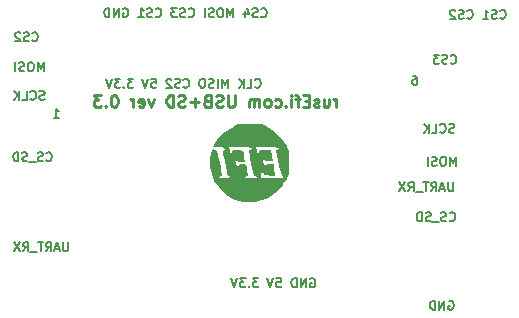
<source format=gbo>
G04 (created by PCBNEW (2013-mar-13)-testing) date Птн 21 Фев 2014 13:06:26*
%MOIN*%
G04 Gerber Fmt 3.4, Leading zero omitted, Abs format*
%FSLAX34Y34*%
G01*
G70*
G90*
G04 APERTURE LIST*
%ADD10C,0.005906*%
%ADD11C,0.005000*%
%ADD12C,0.009843*%
%ADD13C,0.000100*%
G04 APERTURE END LIST*
G54D10*
G54D11*
X84792Y-62285D02*
X84850Y-62285D01*
X84878Y-62300D01*
X84892Y-62314D01*
X84921Y-62357D01*
X84935Y-62414D01*
X84935Y-62528D01*
X84921Y-62557D01*
X84907Y-62571D01*
X84878Y-62585D01*
X84821Y-62585D01*
X84792Y-62571D01*
X84778Y-62557D01*
X84764Y-62528D01*
X84764Y-62457D01*
X84778Y-62428D01*
X84792Y-62414D01*
X84821Y-62400D01*
X84878Y-62400D01*
X84907Y-62414D01*
X84921Y-62428D01*
X84935Y-62457D01*
X72814Y-63685D02*
X72985Y-63685D01*
X72900Y-63685D02*
X72900Y-63385D01*
X72928Y-63428D01*
X72957Y-63457D01*
X72985Y-63471D01*
X79521Y-62657D02*
X79535Y-62671D01*
X79578Y-62685D01*
X79607Y-62685D01*
X79649Y-62671D01*
X79678Y-62642D01*
X79692Y-62614D01*
X79707Y-62557D01*
X79707Y-62514D01*
X79692Y-62457D01*
X79678Y-62428D01*
X79649Y-62400D01*
X79607Y-62385D01*
X79578Y-62385D01*
X79535Y-62400D01*
X79521Y-62414D01*
X79249Y-62685D02*
X79392Y-62685D01*
X79392Y-62385D01*
X79149Y-62685D02*
X79149Y-62385D01*
X78978Y-62685D02*
X79107Y-62514D01*
X78978Y-62385D02*
X79149Y-62557D01*
X78621Y-62685D02*
X78621Y-62385D01*
X78521Y-62600D01*
X78421Y-62385D01*
X78421Y-62685D01*
X78278Y-62685D02*
X78278Y-62385D01*
X78149Y-62671D02*
X78107Y-62685D01*
X78035Y-62685D01*
X78007Y-62671D01*
X77992Y-62657D01*
X77978Y-62628D01*
X77978Y-62600D01*
X77992Y-62571D01*
X78007Y-62557D01*
X78035Y-62542D01*
X78092Y-62528D01*
X78121Y-62514D01*
X78135Y-62500D01*
X78149Y-62471D01*
X78149Y-62442D01*
X78135Y-62414D01*
X78121Y-62400D01*
X78092Y-62385D01*
X78021Y-62385D01*
X77978Y-62400D01*
X77792Y-62385D02*
X77735Y-62385D01*
X77707Y-62400D01*
X77678Y-62428D01*
X77664Y-62485D01*
X77664Y-62585D01*
X77678Y-62642D01*
X77707Y-62671D01*
X77735Y-62685D01*
X77792Y-62685D01*
X77821Y-62671D01*
X77849Y-62642D01*
X77864Y-62585D01*
X77864Y-62485D01*
X77849Y-62428D01*
X77821Y-62400D01*
X77792Y-62385D01*
X77135Y-62657D02*
X77150Y-62671D01*
X77192Y-62685D01*
X77221Y-62685D01*
X77264Y-62671D01*
X77292Y-62642D01*
X77307Y-62614D01*
X77321Y-62557D01*
X77321Y-62514D01*
X77307Y-62457D01*
X77292Y-62428D01*
X77264Y-62400D01*
X77221Y-62385D01*
X77192Y-62385D01*
X77150Y-62400D01*
X77135Y-62414D01*
X77021Y-62671D02*
X76978Y-62685D01*
X76907Y-62685D01*
X76878Y-62671D01*
X76864Y-62657D01*
X76850Y-62628D01*
X76850Y-62600D01*
X76864Y-62571D01*
X76878Y-62557D01*
X76907Y-62542D01*
X76964Y-62528D01*
X76992Y-62514D01*
X77007Y-62500D01*
X77021Y-62471D01*
X77021Y-62442D01*
X77007Y-62414D01*
X76992Y-62400D01*
X76964Y-62385D01*
X76892Y-62385D01*
X76850Y-62400D01*
X76735Y-62414D02*
X76721Y-62400D01*
X76692Y-62385D01*
X76621Y-62385D01*
X76592Y-62400D01*
X76578Y-62414D01*
X76564Y-62442D01*
X76564Y-62471D01*
X76578Y-62514D01*
X76750Y-62685D01*
X76564Y-62685D01*
X76064Y-62385D02*
X76207Y-62385D01*
X76221Y-62528D01*
X76207Y-62514D01*
X76178Y-62500D01*
X76107Y-62500D01*
X76078Y-62514D01*
X76064Y-62528D01*
X76050Y-62557D01*
X76050Y-62628D01*
X76064Y-62657D01*
X76078Y-62671D01*
X76107Y-62685D01*
X76178Y-62685D01*
X76207Y-62671D01*
X76221Y-62657D01*
X75964Y-62385D02*
X75864Y-62685D01*
X75764Y-62385D01*
X75464Y-62385D02*
X75278Y-62385D01*
X75378Y-62500D01*
X75335Y-62500D01*
X75307Y-62514D01*
X75292Y-62528D01*
X75278Y-62557D01*
X75278Y-62628D01*
X75292Y-62657D01*
X75307Y-62671D01*
X75335Y-62685D01*
X75421Y-62685D01*
X75450Y-62671D01*
X75464Y-62657D01*
X75150Y-62657D02*
X75135Y-62671D01*
X75150Y-62685D01*
X75164Y-62671D01*
X75150Y-62657D01*
X75150Y-62685D01*
X75035Y-62385D02*
X74850Y-62385D01*
X74950Y-62500D01*
X74907Y-62500D01*
X74878Y-62514D01*
X74864Y-62528D01*
X74850Y-62557D01*
X74850Y-62628D01*
X74864Y-62657D01*
X74878Y-62671D01*
X74907Y-62685D01*
X74992Y-62685D01*
X75021Y-62671D01*
X75035Y-62657D01*
X74764Y-62385D02*
X74664Y-62685D01*
X74564Y-62385D01*
X79721Y-60307D02*
X79735Y-60321D01*
X79778Y-60335D01*
X79807Y-60335D01*
X79849Y-60321D01*
X79878Y-60292D01*
X79892Y-60264D01*
X79907Y-60207D01*
X79907Y-60164D01*
X79892Y-60107D01*
X79878Y-60078D01*
X79849Y-60050D01*
X79807Y-60035D01*
X79778Y-60035D01*
X79735Y-60050D01*
X79721Y-60064D01*
X79607Y-60321D02*
X79564Y-60335D01*
X79492Y-60335D01*
X79464Y-60321D01*
X79449Y-60307D01*
X79435Y-60278D01*
X79435Y-60250D01*
X79449Y-60221D01*
X79464Y-60207D01*
X79492Y-60192D01*
X79549Y-60178D01*
X79578Y-60164D01*
X79592Y-60150D01*
X79607Y-60121D01*
X79607Y-60092D01*
X79592Y-60064D01*
X79578Y-60050D01*
X79549Y-60035D01*
X79478Y-60035D01*
X79435Y-60050D01*
X79178Y-60135D02*
X79178Y-60335D01*
X79249Y-60021D02*
X79321Y-60235D01*
X79135Y-60235D01*
X78792Y-60335D02*
X78792Y-60035D01*
X78692Y-60250D01*
X78592Y-60035D01*
X78592Y-60335D01*
X78392Y-60035D02*
X78335Y-60035D01*
X78307Y-60050D01*
X78278Y-60078D01*
X78264Y-60135D01*
X78264Y-60235D01*
X78278Y-60292D01*
X78307Y-60321D01*
X78335Y-60335D01*
X78392Y-60335D01*
X78421Y-60321D01*
X78449Y-60292D01*
X78464Y-60235D01*
X78464Y-60135D01*
X78449Y-60078D01*
X78421Y-60050D01*
X78392Y-60035D01*
X78149Y-60321D02*
X78107Y-60335D01*
X78035Y-60335D01*
X78007Y-60321D01*
X77992Y-60307D01*
X77978Y-60278D01*
X77978Y-60250D01*
X77992Y-60221D01*
X78007Y-60207D01*
X78035Y-60192D01*
X78092Y-60178D01*
X78121Y-60164D01*
X78135Y-60150D01*
X78149Y-60121D01*
X78149Y-60092D01*
X78135Y-60064D01*
X78121Y-60050D01*
X78092Y-60035D01*
X78021Y-60035D01*
X77978Y-60050D01*
X77849Y-60335D02*
X77849Y-60035D01*
X77307Y-60307D02*
X77321Y-60321D01*
X77364Y-60335D01*
X77392Y-60335D01*
X77435Y-60321D01*
X77464Y-60292D01*
X77478Y-60264D01*
X77492Y-60207D01*
X77492Y-60164D01*
X77478Y-60107D01*
X77464Y-60078D01*
X77435Y-60050D01*
X77392Y-60035D01*
X77364Y-60035D01*
X77321Y-60050D01*
X77307Y-60064D01*
X77192Y-60321D02*
X77150Y-60335D01*
X77078Y-60335D01*
X77050Y-60321D01*
X77035Y-60307D01*
X77021Y-60278D01*
X77021Y-60250D01*
X77035Y-60221D01*
X77050Y-60207D01*
X77078Y-60192D01*
X77135Y-60178D01*
X77164Y-60164D01*
X77178Y-60150D01*
X77192Y-60121D01*
X77192Y-60092D01*
X77178Y-60064D01*
X77164Y-60050D01*
X77135Y-60035D01*
X77064Y-60035D01*
X77021Y-60050D01*
X76921Y-60035D02*
X76735Y-60035D01*
X76835Y-60150D01*
X76792Y-60150D01*
X76764Y-60164D01*
X76750Y-60178D01*
X76735Y-60207D01*
X76735Y-60278D01*
X76750Y-60307D01*
X76764Y-60321D01*
X76792Y-60335D01*
X76878Y-60335D01*
X76907Y-60321D01*
X76921Y-60307D01*
X76207Y-60307D02*
X76221Y-60321D01*
X76264Y-60335D01*
X76292Y-60335D01*
X76335Y-60321D01*
X76364Y-60292D01*
X76378Y-60264D01*
X76392Y-60207D01*
X76392Y-60164D01*
X76378Y-60107D01*
X76364Y-60078D01*
X76335Y-60050D01*
X76292Y-60035D01*
X76264Y-60035D01*
X76221Y-60050D01*
X76207Y-60064D01*
X76092Y-60321D02*
X76050Y-60335D01*
X75978Y-60335D01*
X75950Y-60321D01*
X75935Y-60307D01*
X75921Y-60278D01*
X75921Y-60250D01*
X75935Y-60221D01*
X75950Y-60207D01*
X75978Y-60192D01*
X76035Y-60178D01*
X76064Y-60164D01*
X76078Y-60150D01*
X76092Y-60121D01*
X76092Y-60092D01*
X76078Y-60064D01*
X76064Y-60050D01*
X76035Y-60035D01*
X75964Y-60035D01*
X75921Y-60050D01*
X75635Y-60335D02*
X75807Y-60335D01*
X75721Y-60335D02*
X75721Y-60035D01*
X75750Y-60078D01*
X75778Y-60107D01*
X75807Y-60121D01*
X75121Y-60050D02*
X75150Y-60035D01*
X75192Y-60035D01*
X75235Y-60050D01*
X75264Y-60078D01*
X75278Y-60107D01*
X75292Y-60164D01*
X75292Y-60207D01*
X75278Y-60264D01*
X75264Y-60292D01*
X75235Y-60321D01*
X75192Y-60335D01*
X75164Y-60335D01*
X75121Y-60321D01*
X75107Y-60307D01*
X75107Y-60207D01*
X75164Y-60207D01*
X74978Y-60335D02*
X74978Y-60035D01*
X74807Y-60335D01*
X74807Y-60035D01*
X74664Y-60335D02*
X74664Y-60035D01*
X74592Y-60035D01*
X74550Y-60050D01*
X74521Y-60078D01*
X74507Y-60107D01*
X74492Y-60164D01*
X74492Y-60207D01*
X74507Y-60264D01*
X74521Y-60292D01*
X74550Y-60321D01*
X74592Y-60335D01*
X74664Y-60335D01*
X81364Y-69050D02*
X81392Y-69035D01*
X81435Y-69035D01*
X81478Y-69050D01*
X81507Y-69078D01*
X81521Y-69107D01*
X81535Y-69164D01*
X81535Y-69207D01*
X81521Y-69264D01*
X81507Y-69292D01*
X81478Y-69321D01*
X81435Y-69335D01*
X81407Y-69335D01*
X81364Y-69321D01*
X81349Y-69307D01*
X81349Y-69207D01*
X81407Y-69207D01*
X81221Y-69335D02*
X81221Y-69035D01*
X81049Y-69335D01*
X81049Y-69035D01*
X80907Y-69335D02*
X80907Y-69035D01*
X80835Y-69035D01*
X80792Y-69050D01*
X80764Y-69078D01*
X80749Y-69107D01*
X80735Y-69164D01*
X80735Y-69207D01*
X80749Y-69264D01*
X80764Y-69292D01*
X80792Y-69321D01*
X80835Y-69335D01*
X80907Y-69335D01*
X80235Y-69035D02*
X80378Y-69035D01*
X80392Y-69178D01*
X80378Y-69164D01*
X80349Y-69150D01*
X80278Y-69150D01*
X80249Y-69164D01*
X80235Y-69178D01*
X80221Y-69207D01*
X80221Y-69278D01*
X80235Y-69307D01*
X80249Y-69321D01*
X80278Y-69335D01*
X80349Y-69335D01*
X80378Y-69321D01*
X80392Y-69307D01*
X80135Y-69035D02*
X80035Y-69335D01*
X79935Y-69035D01*
X79635Y-69035D02*
X79450Y-69035D01*
X79550Y-69150D01*
X79507Y-69150D01*
X79478Y-69164D01*
X79464Y-69178D01*
X79450Y-69207D01*
X79450Y-69278D01*
X79464Y-69307D01*
X79478Y-69321D01*
X79507Y-69335D01*
X79592Y-69335D01*
X79621Y-69321D01*
X79635Y-69307D01*
X79321Y-69307D02*
X79307Y-69321D01*
X79321Y-69335D01*
X79335Y-69321D01*
X79321Y-69307D01*
X79321Y-69335D01*
X79207Y-69035D02*
X79021Y-69035D01*
X79121Y-69150D01*
X79078Y-69150D01*
X79050Y-69164D01*
X79035Y-69178D01*
X79021Y-69207D01*
X79021Y-69278D01*
X79035Y-69307D01*
X79050Y-69321D01*
X79078Y-69335D01*
X79164Y-69335D01*
X79192Y-69321D01*
X79207Y-69307D01*
X78935Y-69035D02*
X78835Y-69335D01*
X78735Y-69035D01*
X72471Y-62135D02*
X72471Y-61835D01*
X72371Y-62050D01*
X72271Y-61835D01*
X72271Y-62135D01*
X72071Y-61835D02*
X72014Y-61835D01*
X71985Y-61850D01*
X71957Y-61878D01*
X71942Y-61935D01*
X71942Y-62035D01*
X71957Y-62092D01*
X71985Y-62121D01*
X72014Y-62135D01*
X72071Y-62135D01*
X72100Y-62121D01*
X72128Y-62092D01*
X72142Y-62035D01*
X72142Y-61935D01*
X72128Y-61878D01*
X72100Y-61850D01*
X72071Y-61835D01*
X71828Y-62121D02*
X71785Y-62135D01*
X71714Y-62135D01*
X71685Y-62121D01*
X71671Y-62107D01*
X71657Y-62078D01*
X71657Y-62050D01*
X71671Y-62021D01*
X71685Y-62007D01*
X71714Y-61992D01*
X71771Y-61978D01*
X71800Y-61964D01*
X71814Y-61950D01*
X71828Y-61921D01*
X71828Y-61892D01*
X71814Y-61864D01*
X71800Y-61850D01*
X71771Y-61835D01*
X71700Y-61835D01*
X71657Y-61850D01*
X71528Y-62135D02*
X71528Y-61835D01*
X73285Y-67835D02*
X73285Y-68078D01*
X73271Y-68107D01*
X73257Y-68121D01*
X73228Y-68135D01*
X73171Y-68135D01*
X73142Y-68121D01*
X73128Y-68107D01*
X73114Y-68078D01*
X73114Y-67835D01*
X72985Y-68050D02*
X72842Y-68050D01*
X73014Y-68135D02*
X72914Y-67835D01*
X72814Y-68135D01*
X72542Y-68135D02*
X72642Y-67992D01*
X72714Y-68135D02*
X72714Y-67835D01*
X72599Y-67835D01*
X72571Y-67850D01*
X72557Y-67864D01*
X72542Y-67892D01*
X72542Y-67935D01*
X72557Y-67964D01*
X72571Y-67978D01*
X72599Y-67992D01*
X72714Y-67992D01*
X72457Y-67835D02*
X72285Y-67835D01*
X72371Y-68135D02*
X72371Y-67835D01*
X72257Y-68164D02*
X72028Y-68164D01*
X71785Y-68135D02*
X71885Y-67992D01*
X71957Y-68135D02*
X71957Y-67835D01*
X71842Y-67835D01*
X71814Y-67850D01*
X71800Y-67864D01*
X71785Y-67892D01*
X71785Y-67935D01*
X71800Y-67964D01*
X71814Y-67978D01*
X71842Y-67992D01*
X71957Y-67992D01*
X71685Y-67835D02*
X71485Y-68135D01*
X71485Y-67835D02*
X71685Y-68135D01*
X72557Y-65107D02*
X72571Y-65121D01*
X72614Y-65135D01*
X72642Y-65135D01*
X72685Y-65121D01*
X72714Y-65092D01*
X72728Y-65064D01*
X72742Y-65007D01*
X72742Y-64964D01*
X72728Y-64907D01*
X72714Y-64878D01*
X72685Y-64850D01*
X72642Y-64835D01*
X72614Y-64835D01*
X72571Y-64850D01*
X72557Y-64864D01*
X72442Y-65121D02*
X72399Y-65135D01*
X72328Y-65135D01*
X72299Y-65121D01*
X72285Y-65107D01*
X72271Y-65078D01*
X72271Y-65050D01*
X72285Y-65021D01*
X72299Y-65007D01*
X72328Y-64992D01*
X72385Y-64978D01*
X72414Y-64964D01*
X72428Y-64950D01*
X72442Y-64921D01*
X72442Y-64892D01*
X72428Y-64864D01*
X72414Y-64850D01*
X72385Y-64835D01*
X72314Y-64835D01*
X72271Y-64850D01*
X72214Y-65164D02*
X71985Y-65164D01*
X71928Y-65121D02*
X71885Y-65135D01*
X71814Y-65135D01*
X71785Y-65121D01*
X71771Y-65107D01*
X71757Y-65078D01*
X71757Y-65050D01*
X71771Y-65021D01*
X71785Y-65007D01*
X71814Y-64992D01*
X71871Y-64978D01*
X71900Y-64964D01*
X71914Y-64950D01*
X71928Y-64921D01*
X71928Y-64892D01*
X71914Y-64864D01*
X71900Y-64850D01*
X71871Y-64835D01*
X71800Y-64835D01*
X71757Y-64850D01*
X71628Y-65135D02*
X71628Y-64835D01*
X71557Y-64835D01*
X71514Y-64850D01*
X71485Y-64878D01*
X71471Y-64907D01*
X71457Y-64964D01*
X71457Y-65007D01*
X71471Y-65064D01*
X71485Y-65092D01*
X71514Y-65121D01*
X71557Y-65135D01*
X71628Y-65135D01*
X72507Y-63071D02*
X72464Y-63085D01*
X72392Y-63085D01*
X72364Y-63071D01*
X72349Y-63057D01*
X72335Y-63028D01*
X72335Y-63000D01*
X72349Y-62971D01*
X72364Y-62957D01*
X72392Y-62942D01*
X72449Y-62928D01*
X72478Y-62914D01*
X72492Y-62900D01*
X72507Y-62871D01*
X72507Y-62842D01*
X72492Y-62814D01*
X72478Y-62800D01*
X72449Y-62785D01*
X72378Y-62785D01*
X72335Y-62800D01*
X72035Y-63057D02*
X72050Y-63071D01*
X72092Y-63085D01*
X72121Y-63085D01*
X72164Y-63071D01*
X72192Y-63042D01*
X72207Y-63014D01*
X72221Y-62957D01*
X72221Y-62914D01*
X72207Y-62857D01*
X72192Y-62828D01*
X72164Y-62800D01*
X72121Y-62785D01*
X72092Y-62785D01*
X72050Y-62800D01*
X72035Y-62814D01*
X71764Y-63085D02*
X71907Y-63085D01*
X71907Y-62785D01*
X71664Y-63085D02*
X71664Y-62785D01*
X71492Y-63085D02*
X71621Y-62914D01*
X71492Y-62785D02*
X71664Y-62957D01*
X85978Y-69800D02*
X86007Y-69785D01*
X86050Y-69785D01*
X86092Y-69800D01*
X86121Y-69828D01*
X86135Y-69857D01*
X86150Y-69914D01*
X86150Y-69957D01*
X86135Y-70014D01*
X86121Y-70042D01*
X86092Y-70071D01*
X86050Y-70085D01*
X86021Y-70085D01*
X85978Y-70071D01*
X85964Y-70057D01*
X85964Y-69957D01*
X86021Y-69957D01*
X85835Y-70085D02*
X85835Y-69785D01*
X85664Y-70085D01*
X85664Y-69785D01*
X85521Y-70085D02*
X85521Y-69785D01*
X85450Y-69785D01*
X85407Y-69800D01*
X85378Y-69828D01*
X85364Y-69857D01*
X85350Y-69914D01*
X85350Y-69957D01*
X85364Y-70014D01*
X85378Y-70042D01*
X85407Y-70071D01*
X85450Y-70085D01*
X85521Y-70085D01*
X86007Y-67107D02*
X86021Y-67121D01*
X86064Y-67135D01*
X86092Y-67135D01*
X86135Y-67121D01*
X86164Y-67092D01*
X86178Y-67064D01*
X86192Y-67007D01*
X86192Y-66964D01*
X86178Y-66907D01*
X86164Y-66878D01*
X86135Y-66850D01*
X86092Y-66835D01*
X86064Y-66835D01*
X86021Y-66850D01*
X86007Y-66864D01*
X85892Y-67121D02*
X85849Y-67135D01*
X85778Y-67135D01*
X85749Y-67121D01*
X85735Y-67107D01*
X85721Y-67078D01*
X85721Y-67050D01*
X85735Y-67021D01*
X85749Y-67007D01*
X85778Y-66992D01*
X85835Y-66978D01*
X85864Y-66964D01*
X85878Y-66950D01*
X85892Y-66921D01*
X85892Y-66892D01*
X85878Y-66864D01*
X85864Y-66850D01*
X85835Y-66835D01*
X85764Y-66835D01*
X85721Y-66850D01*
X85664Y-67164D02*
X85435Y-67164D01*
X85378Y-67121D02*
X85335Y-67135D01*
X85264Y-67135D01*
X85235Y-67121D01*
X85221Y-67107D01*
X85207Y-67078D01*
X85207Y-67050D01*
X85221Y-67021D01*
X85235Y-67007D01*
X85264Y-66992D01*
X85321Y-66978D01*
X85350Y-66964D01*
X85364Y-66950D01*
X85378Y-66921D01*
X85378Y-66892D01*
X85364Y-66864D01*
X85350Y-66850D01*
X85321Y-66835D01*
X85250Y-66835D01*
X85207Y-66850D01*
X85078Y-67135D02*
X85078Y-66835D01*
X85007Y-66835D01*
X84964Y-66850D01*
X84935Y-66878D01*
X84921Y-66907D01*
X84907Y-66964D01*
X84907Y-67007D01*
X84921Y-67064D01*
X84935Y-67092D01*
X84964Y-67121D01*
X85007Y-67135D01*
X85078Y-67135D01*
X86135Y-65835D02*
X86135Y-66078D01*
X86121Y-66107D01*
X86107Y-66121D01*
X86078Y-66135D01*
X86021Y-66135D01*
X85992Y-66121D01*
X85978Y-66107D01*
X85964Y-66078D01*
X85964Y-65835D01*
X85835Y-66050D02*
X85692Y-66050D01*
X85864Y-66135D02*
X85764Y-65835D01*
X85664Y-66135D01*
X85392Y-66135D02*
X85492Y-65992D01*
X85564Y-66135D02*
X85564Y-65835D01*
X85449Y-65835D01*
X85421Y-65850D01*
X85407Y-65864D01*
X85392Y-65892D01*
X85392Y-65935D01*
X85407Y-65964D01*
X85421Y-65978D01*
X85449Y-65992D01*
X85564Y-65992D01*
X85307Y-65835D02*
X85135Y-65835D01*
X85221Y-66135D02*
X85221Y-65835D01*
X85107Y-66164D02*
X84878Y-66164D01*
X84635Y-66135D02*
X84735Y-65992D01*
X84807Y-66135D02*
X84807Y-65835D01*
X84692Y-65835D01*
X84664Y-65850D01*
X84650Y-65864D01*
X84635Y-65892D01*
X84635Y-65935D01*
X84650Y-65964D01*
X84664Y-65978D01*
X84692Y-65992D01*
X84807Y-65992D01*
X84535Y-65835D02*
X84335Y-66135D01*
X84335Y-65835D02*
X84535Y-66135D01*
X72092Y-61107D02*
X72107Y-61121D01*
X72150Y-61135D01*
X72178Y-61135D01*
X72221Y-61121D01*
X72250Y-61092D01*
X72264Y-61064D01*
X72278Y-61007D01*
X72278Y-60964D01*
X72264Y-60907D01*
X72250Y-60878D01*
X72221Y-60850D01*
X72178Y-60835D01*
X72150Y-60835D01*
X72107Y-60850D01*
X72092Y-60864D01*
X71978Y-61121D02*
X71935Y-61135D01*
X71864Y-61135D01*
X71835Y-61121D01*
X71821Y-61107D01*
X71807Y-61078D01*
X71807Y-61050D01*
X71821Y-61021D01*
X71835Y-61007D01*
X71864Y-60992D01*
X71921Y-60978D01*
X71950Y-60964D01*
X71964Y-60950D01*
X71978Y-60921D01*
X71978Y-60892D01*
X71964Y-60864D01*
X71950Y-60850D01*
X71921Y-60835D01*
X71850Y-60835D01*
X71807Y-60850D01*
X71692Y-60864D02*
X71678Y-60850D01*
X71650Y-60835D01*
X71578Y-60835D01*
X71550Y-60850D01*
X71535Y-60864D01*
X71521Y-60892D01*
X71521Y-60921D01*
X71535Y-60964D01*
X71707Y-61135D01*
X71521Y-61135D01*
X86221Y-65285D02*
X86221Y-64985D01*
X86121Y-65200D01*
X86021Y-64985D01*
X86021Y-65285D01*
X85821Y-64985D02*
X85764Y-64985D01*
X85735Y-65000D01*
X85707Y-65028D01*
X85692Y-65085D01*
X85692Y-65185D01*
X85707Y-65242D01*
X85735Y-65271D01*
X85764Y-65285D01*
X85821Y-65285D01*
X85850Y-65271D01*
X85878Y-65242D01*
X85892Y-65185D01*
X85892Y-65085D01*
X85878Y-65028D01*
X85850Y-65000D01*
X85821Y-64985D01*
X85578Y-65271D02*
X85535Y-65285D01*
X85464Y-65285D01*
X85435Y-65271D01*
X85421Y-65257D01*
X85407Y-65228D01*
X85407Y-65200D01*
X85421Y-65171D01*
X85435Y-65157D01*
X85464Y-65142D01*
X85521Y-65128D01*
X85550Y-65114D01*
X85564Y-65100D01*
X85578Y-65071D01*
X85578Y-65042D01*
X85564Y-65014D01*
X85550Y-65000D01*
X85521Y-64985D01*
X85450Y-64985D01*
X85407Y-65000D01*
X85278Y-65285D02*
X85278Y-64985D01*
X86157Y-64171D02*
X86114Y-64185D01*
X86042Y-64185D01*
X86014Y-64171D01*
X85999Y-64157D01*
X85985Y-64128D01*
X85985Y-64100D01*
X85999Y-64071D01*
X86014Y-64057D01*
X86042Y-64042D01*
X86099Y-64028D01*
X86128Y-64014D01*
X86142Y-64000D01*
X86157Y-63971D01*
X86157Y-63942D01*
X86142Y-63914D01*
X86128Y-63900D01*
X86099Y-63885D01*
X86028Y-63885D01*
X85985Y-63900D01*
X85685Y-64157D02*
X85700Y-64171D01*
X85742Y-64185D01*
X85771Y-64185D01*
X85814Y-64171D01*
X85842Y-64142D01*
X85857Y-64114D01*
X85871Y-64057D01*
X85871Y-64014D01*
X85857Y-63957D01*
X85842Y-63928D01*
X85814Y-63900D01*
X85771Y-63885D01*
X85742Y-63885D01*
X85700Y-63900D01*
X85685Y-63914D01*
X85414Y-64185D02*
X85557Y-64185D01*
X85557Y-63885D01*
X85314Y-64185D02*
X85314Y-63885D01*
X85142Y-64185D02*
X85271Y-64014D01*
X85142Y-63885D02*
X85314Y-64057D01*
X86042Y-61857D02*
X86057Y-61871D01*
X86100Y-61885D01*
X86128Y-61885D01*
X86171Y-61871D01*
X86200Y-61842D01*
X86214Y-61814D01*
X86228Y-61757D01*
X86228Y-61714D01*
X86214Y-61657D01*
X86200Y-61628D01*
X86171Y-61600D01*
X86128Y-61585D01*
X86100Y-61585D01*
X86057Y-61600D01*
X86042Y-61614D01*
X85928Y-61871D02*
X85885Y-61885D01*
X85814Y-61885D01*
X85785Y-61871D01*
X85771Y-61857D01*
X85757Y-61828D01*
X85757Y-61800D01*
X85771Y-61771D01*
X85785Y-61757D01*
X85814Y-61742D01*
X85871Y-61728D01*
X85900Y-61714D01*
X85914Y-61700D01*
X85928Y-61671D01*
X85928Y-61642D01*
X85914Y-61614D01*
X85900Y-61600D01*
X85871Y-61585D01*
X85800Y-61585D01*
X85757Y-61600D01*
X85657Y-61585D02*
X85471Y-61585D01*
X85571Y-61700D01*
X85528Y-61700D01*
X85500Y-61714D01*
X85485Y-61728D01*
X85471Y-61757D01*
X85471Y-61828D01*
X85485Y-61857D01*
X85500Y-61871D01*
X85528Y-61885D01*
X85614Y-61885D01*
X85642Y-61871D01*
X85657Y-61857D01*
X87692Y-60357D02*
X87707Y-60371D01*
X87749Y-60385D01*
X87778Y-60385D01*
X87821Y-60371D01*
X87849Y-60342D01*
X87864Y-60314D01*
X87878Y-60257D01*
X87878Y-60214D01*
X87864Y-60157D01*
X87849Y-60128D01*
X87821Y-60100D01*
X87778Y-60085D01*
X87749Y-60085D01*
X87707Y-60100D01*
X87692Y-60114D01*
X87578Y-60371D02*
X87535Y-60385D01*
X87464Y-60385D01*
X87435Y-60371D01*
X87421Y-60357D01*
X87407Y-60328D01*
X87407Y-60300D01*
X87421Y-60271D01*
X87435Y-60257D01*
X87464Y-60242D01*
X87521Y-60228D01*
X87549Y-60214D01*
X87564Y-60200D01*
X87578Y-60171D01*
X87578Y-60142D01*
X87564Y-60114D01*
X87549Y-60100D01*
X87521Y-60085D01*
X87449Y-60085D01*
X87407Y-60100D01*
X87121Y-60385D02*
X87292Y-60385D01*
X87207Y-60385D02*
X87207Y-60085D01*
X87235Y-60128D01*
X87264Y-60157D01*
X87292Y-60171D01*
X86592Y-60357D02*
X86607Y-60371D01*
X86650Y-60385D01*
X86678Y-60385D01*
X86721Y-60371D01*
X86750Y-60342D01*
X86764Y-60314D01*
X86778Y-60257D01*
X86778Y-60214D01*
X86764Y-60157D01*
X86750Y-60128D01*
X86721Y-60100D01*
X86678Y-60085D01*
X86650Y-60085D01*
X86607Y-60100D01*
X86592Y-60114D01*
X86478Y-60371D02*
X86435Y-60385D01*
X86364Y-60385D01*
X86335Y-60371D01*
X86321Y-60357D01*
X86307Y-60328D01*
X86307Y-60300D01*
X86321Y-60271D01*
X86335Y-60257D01*
X86364Y-60242D01*
X86421Y-60228D01*
X86450Y-60214D01*
X86464Y-60200D01*
X86478Y-60171D01*
X86478Y-60142D01*
X86464Y-60114D01*
X86450Y-60100D01*
X86421Y-60085D01*
X86350Y-60085D01*
X86307Y-60100D01*
X86192Y-60114D02*
X86178Y-60100D01*
X86150Y-60085D01*
X86078Y-60085D01*
X86050Y-60100D01*
X86035Y-60114D01*
X86021Y-60142D01*
X86021Y-60171D01*
X86035Y-60214D01*
X86207Y-60385D01*
X86021Y-60385D01*
G54D12*
X82230Y-63328D02*
X82230Y-63065D01*
X82230Y-63140D02*
X82211Y-63103D01*
X82193Y-63084D01*
X82155Y-63065D01*
X82118Y-63065D01*
X81818Y-63065D02*
X81818Y-63328D01*
X81987Y-63065D02*
X81987Y-63271D01*
X81968Y-63309D01*
X81930Y-63328D01*
X81874Y-63328D01*
X81837Y-63309D01*
X81818Y-63290D01*
X81649Y-63309D02*
X81612Y-63328D01*
X81537Y-63328D01*
X81499Y-63309D01*
X81480Y-63271D01*
X81480Y-63253D01*
X81499Y-63215D01*
X81537Y-63196D01*
X81593Y-63196D01*
X81630Y-63178D01*
X81649Y-63140D01*
X81649Y-63121D01*
X81630Y-63084D01*
X81593Y-63065D01*
X81537Y-63065D01*
X81499Y-63084D01*
X81312Y-63121D02*
X81180Y-63121D01*
X81124Y-63328D02*
X81312Y-63328D01*
X81312Y-62934D01*
X81124Y-62934D01*
X81012Y-63065D02*
X80862Y-63065D01*
X80955Y-63328D02*
X80955Y-62990D01*
X80937Y-62953D01*
X80899Y-62934D01*
X80862Y-62934D01*
X80730Y-63328D02*
X80730Y-63065D01*
X80730Y-62934D02*
X80749Y-62953D01*
X80730Y-62971D01*
X80712Y-62953D01*
X80730Y-62934D01*
X80730Y-62971D01*
X80543Y-63290D02*
X80524Y-63309D01*
X80543Y-63328D01*
X80562Y-63309D01*
X80543Y-63290D01*
X80543Y-63328D01*
X80187Y-63309D02*
X80224Y-63328D01*
X80299Y-63328D01*
X80337Y-63309D01*
X80355Y-63290D01*
X80374Y-63253D01*
X80374Y-63140D01*
X80355Y-63103D01*
X80337Y-63084D01*
X80299Y-63065D01*
X80224Y-63065D01*
X80187Y-63084D01*
X79962Y-63328D02*
X79999Y-63309D01*
X80018Y-63290D01*
X80037Y-63253D01*
X80037Y-63140D01*
X80018Y-63103D01*
X79999Y-63084D01*
X79962Y-63065D01*
X79906Y-63065D01*
X79868Y-63084D01*
X79849Y-63103D01*
X79831Y-63140D01*
X79831Y-63253D01*
X79849Y-63290D01*
X79868Y-63309D01*
X79906Y-63328D01*
X79962Y-63328D01*
X79662Y-63328D02*
X79662Y-63065D01*
X79662Y-63103D02*
X79643Y-63084D01*
X79606Y-63065D01*
X79549Y-63065D01*
X79512Y-63084D01*
X79493Y-63121D01*
X79493Y-63328D01*
X79493Y-63121D02*
X79474Y-63084D01*
X79437Y-63065D01*
X79381Y-63065D01*
X79343Y-63084D01*
X79324Y-63121D01*
X79324Y-63328D01*
X78837Y-62934D02*
X78837Y-63253D01*
X78818Y-63290D01*
X78799Y-63309D01*
X78762Y-63328D01*
X78687Y-63328D01*
X78649Y-63309D01*
X78631Y-63290D01*
X78612Y-63253D01*
X78612Y-62934D01*
X78443Y-63309D02*
X78387Y-63328D01*
X78293Y-63328D01*
X78256Y-63309D01*
X78237Y-63290D01*
X78218Y-63253D01*
X78218Y-63215D01*
X78237Y-63178D01*
X78256Y-63159D01*
X78293Y-63140D01*
X78368Y-63121D01*
X78406Y-63103D01*
X78424Y-63084D01*
X78443Y-63046D01*
X78443Y-63009D01*
X78424Y-62971D01*
X78406Y-62953D01*
X78368Y-62934D01*
X78274Y-62934D01*
X78218Y-62953D01*
X77918Y-63121D02*
X77862Y-63140D01*
X77843Y-63159D01*
X77825Y-63196D01*
X77825Y-63253D01*
X77843Y-63290D01*
X77862Y-63309D01*
X77900Y-63328D01*
X78050Y-63328D01*
X78050Y-62934D01*
X77918Y-62934D01*
X77881Y-62953D01*
X77862Y-62971D01*
X77843Y-63009D01*
X77843Y-63046D01*
X77862Y-63084D01*
X77881Y-63103D01*
X77918Y-63121D01*
X78050Y-63121D01*
X77656Y-63178D02*
X77356Y-63178D01*
X77506Y-63328D02*
X77506Y-63028D01*
X77187Y-63309D02*
X77131Y-63328D01*
X77037Y-63328D01*
X77000Y-63309D01*
X76981Y-63290D01*
X76962Y-63253D01*
X76962Y-63215D01*
X76981Y-63178D01*
X77000Y-63159D01*
X77037Y-63140D01*
X77112Y-63121D01*
X77150Y-63103D01*
X77168Y-63084D01*
X77187Y-63046D01*
X77187Y-63009D01*
X77168Y-62971D01*
X77150Y-62953D01*
X77112Y-62934D01*
X77018Y-62934D01*
X76962Y-62953D01*
X76793Y-63328D02*
X76793Y-62934D01*
X76700Y-62934D01*
X76643Y-62953D01*
X76606Y-62990D01*
X76587Y-63028D01*
X76568Y-63103D01*
X76568Y-63159D01*
X76587Y-63234D01*
X76606Y-63271D01*
X76643Y-63309D01*
X76700Y-63328D01*
X76793Y-63328D01*
X76137Y-63065D02*
X76044Y-63328D01*
X75950Y-63065D01*
X75650Y-63309D02*
X75687Y-63328D01*
X75762Y-63328D01*
X75800Y-63309D01*
X75819Y-63271D01*
X75819Y-63121D01*
X75800Y-63084D01*
X75762Y-63065D01*
X75687Y-63065D01*
X75650Y-63084D01*
X75631Y-63121D01*
X75631Y-63159D01*
X75819Y-63196D01*
X75462Y-63328D02*
X75462Y-63065D01*
X75462Y-63140D02*
X75444Y-63103D01*
X75425Y-63084D01*
X75387Y-63065D01*
X75350Y-63065D01*
X74844Y-62934D02*
X74806Y-62934D01*
X74769Y-62953D01*
X74750Y-62971D01*
X74731Y-63009D01*
X74712Y-63084D01*
X74712Y-63178D01*
X74731Y-63253D01*
X74750Y-63290D01*
X74769Y-63309D01*
X74806Y-63328D01*
X74844Y-63328D01*
X74881Y-63309D01*
X74900Y-63290D01*
X74919Y-63253D01*
X74937Y-63178D01*
X74937Y-63084D01*
X74919Y-63009D01*
X74900Y-62971D01*
X74881Y-62953D01*
X74844Y-62934D01*
X74544Y-63290D02*
X74525Y-63309D01*
X74544Y-63328D01*
X74562Y-63309D01*
X74544Y-63290D01*
X74544Y-63328D01*
X74394Y-62934D02*
X74150Y-62934D01*
X74281Y-63084D01*
X74225Y-63084D01*
X74188Y-63103D01*
X74169Y-63121D01*
X74150Y-63159D01*
X74150Y-63253D01*
X74169Y-63290D01*
X74188Y-63309D01*
X74225Y-63328D01*
X74337Y-63328D01*
X74375Y-63309D01*
X74394Y-63290D01*
G54D13*
G36*
X80667Y-65183D02*
X80665Y-65350D01*
X80659Y-65469D01*
X80644Y-65558D01*
X80619Y-65635D01*
X80579Y-65720D01*
X80574Y-65730D01*
X80500Y-65846D01*
X80500Y-65667D01*
X80451Y-65635D01*
X80436Y-65633D01*
X80408Y-65600D01*
X80374Y-65502D01*
X80335Y-65338D01*
X80319Y-65258D01*
X80288Y-65103D01*
X80261Y-64968D01*
X80240Y-64869D01*
X80229Y-64825D01*
X80235Y-64776D01*
X80264Y-64767D01*
X80310Y-64741D01*
X80317Y-64717D01*
X80306Y-64694D01*
X80268Y-64680D01*
X80192Y-64671D01*
X80068Y-64667D01*
X79939Y-64667D01*
X79561Y-64667D01*
X79576Y-64767D01*
X79599Y-64837D01*
X79635Y-64866D01*
X79636Y-64867D01*
X79666Y-64843D01*
X79662Y-64816D01*
X79662Y-64788D01*
X79700Y-64773D01*
X79786Y-64767D01*
X79841Y-64767D01*
X80039Y-64767D01*
X80072Y-64950D01*
X80105Y-65133D01*
X79977Y-65133D01*
X79896Y-65125D01*
X79852Y-65106D01*
X79850Y-65100D01*
X79823Y-65070D01*
X79804Y-65067D01*
X79775Y-65085D01*
X79776Y-65150D01*
X79780Y-65172D01*
X79805Y-65240D01*
X79839Y-65288D01*
X79870Y-65302D01*
X79883Y-65270D01*
X79883Y-65269D01*
X79913Y-65246D01*
X79986Y-65234D01*
X80014Y-65233D01*
X80145Y-65233D01*
X80168Y-65418D01*
X80178Y-65522D01*
X80178Y-65598D01*
X80173Y-65621D01*
X80125Y-65633D01*
X80043Y-65627D01*
X79949Y-65609D01*
X79867Y-65584D01*
X79820Y-65556D01*
X79817Y-65547D01*
X79790Y-65505D01*
X79767Y-65500D01*
X79727Y-65530D01*
X79717Y-65600D01*
X79717Y-65700D01*
X80118Y-65700D01*
X80303Y-65697D01*
X80429Y-65690D01*
X80493Y-65677D01*
X80500Y-65667D01*
X80500Y-65846D01*
X80404Y-65998D01*
X80199Y-66210D01*
X79960Y-66365D01*
X79752Y-66446D01*
X79583Y-66479D01*
X79583Y-65667D01*
X79556Y-65637D01*
X79533Y-65633D01*
X79489Y-65627D01*
X79483Y-65621D01*
X79477Y-65586D01*
X79460Y-65498D01*
X79434Y-65370D01*
X79403Y-65216D01*
X79400Y-65200D01*
X79364Y-65023D01*
X79339Y-64902D01*
X79326Y-64826D01*
X79323Y-64785D01*
X79329Y-64768D01*
X79344Y-64765D01*
X79367Y-64767D01*
X79411Y-64740D01*
X79417Y-64717D01*
X79406Y-64694D01*
X79368Y-64680D01*
X79292Y-64671D01*
X79168Y-64667D01*
X79039Y-64667D01*
X78661Y-64667D01*
X78676Y-64767D01*
X78699Y-64837D01*
X78735Y-64866D01*
X78736Y-64867D01*
X78766Y-64843D01*
X78762Y-64817D01*
X78763Y-64787D01*
X78801Y-64772D01*
X78890Y-64767D01*
X78928Y-64767D01*
X79032Y-64771D01*
X79106Y-64783D01*
X79129Y-64793D01*
X79143Y-64840D01*
X79159Y-64928D01*
X79169Y-64993D01*
X79192Y-65167D01*
X79077Y-65167D01*
X78988Y-65156D01*
X78926Y-65129D01*
X78924Y-65127D01*
X78880Y-65100D01*
X78865Y-65133D01*
X78873Y-65208D01*
X78900Y-65267D01*
X78939Y-65300D01*
X78973Y-65298D01*
X78983Y-65267D01*
X79011Y-65242D01*
X79076Y-65233D01*
X79151Y-65240D01*
X79211Y-65261D01*
X79227Y-65279D01*
X79242Y-65338D01*
X79260Y-65434D01*
X79268Y-65479D01*
X79278Y-65574D01*
X79271Y-65620D01*
X79241Y-65633D01*
X79237Y-65633D01*
X79190Y-65650D01*
X79183Y-65667D01*
X79214Y-65684D01*
X79293Y-65696D01*
X79383Y-65700D01*
X79490Y-65695D01*
X79562Y-65682D01*
X79583Y-65667D01*
X79583Y-66479D01*
X79575Y-66481D01*
X79370Y-66495D01*
X79165Y-66488D01*
X78989Y-66460D01*
X78959Y-66451D01*
X78724Y-66347D01*
X78502Y-66193D01*
X78312Y-66002D01*
X78169Y-65789D01*
X78157Y-65764D01*
X78081Y-65558D01*
X78035Y-65327D01*
X78025Y-65105D01*
X78030Y-65044D01*
X78051Y-64910D01*
X78078Y-64802D01*
X78107Y-64732D01*
X78135Y-64713D01*
X78143Y-64721D01*
X78194Y-64763D01*
X78214Y-64772D01*
X78244Y-64813D01*
X78280Y-64919D01*
X78320Y-65085D01*
X78337Y-65168D01*
X78373Y-65351D01*
X78396Y-65478D01*
X78408Y-65560D01*
X78409Y-65606D01*
X78399Y-65627D01*
X78380Y-65633D01*
X78367Y-65633D01*
X78322Y-65651D01*
X78317Y-65667D01*
X78347Y-65684D01*
X78426Y-65696D01*
X78517Y-65700D01*
X78630Y-65694D01*
X78700Y-65678D01*
X78719Y-65656D01*
X78680Y-65632D01*
X78656Y-65625D01*
X78625Y-65603D01*
X78598Y-65549D01*
X78571Y-65451D01*
X78541Y-65299D01*
X78538Y-65280D01*
X78511Y-65128D01*
X78486Y-64993D01*
X78467Y-64892D01*
X78461Y-64858D01*
X78456Y-64790D01*
X78487Y-64767D01*
X78495Y-64766D01*
X78532Y-64746D01*
X78529Y-64716D01*
X78495Y-64686D01*
X78418Y-64670D01*
X78310Y-64666D01*
X78111Y-64667D01*
X78186Y-64542D01*
X78335Y-64341D01*
X78526Y-64158D01*
X78737Y-64014D01*
X78783Y-63990D01*
X78883Y-63942D01*
X78966Y-63912D01*
X79052Y-63894D01*
X79159Y-63886D01*
X79308Y-63884D01*
X79366Y-63884D01*
X79533Y-63886D01*
X79653Y-63892D01*
X79744Y-63907D01*
X79825Y-63934D01*
X79916Y-63975D01*
X79931Y-63982D01*
X80141Y-64115D01*
X80336Y-64293D01*
X80498Y-64496D01*
X80571Y-64622D01*
X80614Y-64715D01*
X80642Y-64796D01*
X80657Y-64885D01*
X80665Y-65001D01*
X80666Y-65163D01*
X80667Y-65183D01*
X80667Y-65183D01*
X80667Y-65183D01*
G37*
M02*

</source>
